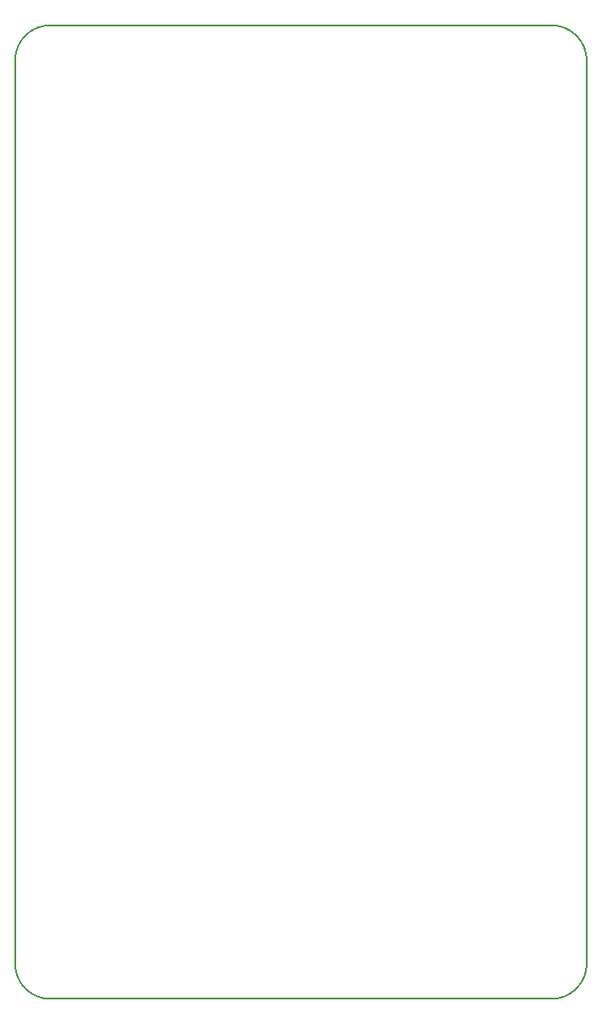
<source format=gbr>
G04 #@! TF.FileFunction,Profile,NP*
%FSLAX46Y46*%
G04 Gerber Fmt 4.6, Leading zero omitted, Abs format (unit mm)*
G04 Created by KiCad (PCBNEW 4.0.2-stable) date Sunday, 15 May 2016 11:48:40 pm*
%MOMM*%
G01*
G04 APERTURE LIST*
%ADD10C,0.100000*%
%ADD11C,0.150000*%
G04 APERTURE END LIST*
D10*
D11*
X36000000Y-129500000D02*
X36000000Y-39500000D01*
X89500000Y-133000000D02*
X39500000Y-133000000D01*
X93000000Y-39500000D02*
X93000000Y-129500000D01*
X39500000Y-36000000D02*
X89500000Y-36000000D01*
X39500000Y-36000000D02*
G75*
G03X36000000Y-39500000I0J-3500000D01*
G01*
X93000000Y-39500000D02*
G75*
G03X89500000Y-36000000I-3500000J0D01*
G01*
X89500000Y-133000000D02*
G75*
G03X93000000Y-129500000I0J3500000D01*
G01*
X36000000Y-129500000D02*
G75*
G03X39500000Y-133000000I3500000J0D01*
G01*
M02*

</source>
